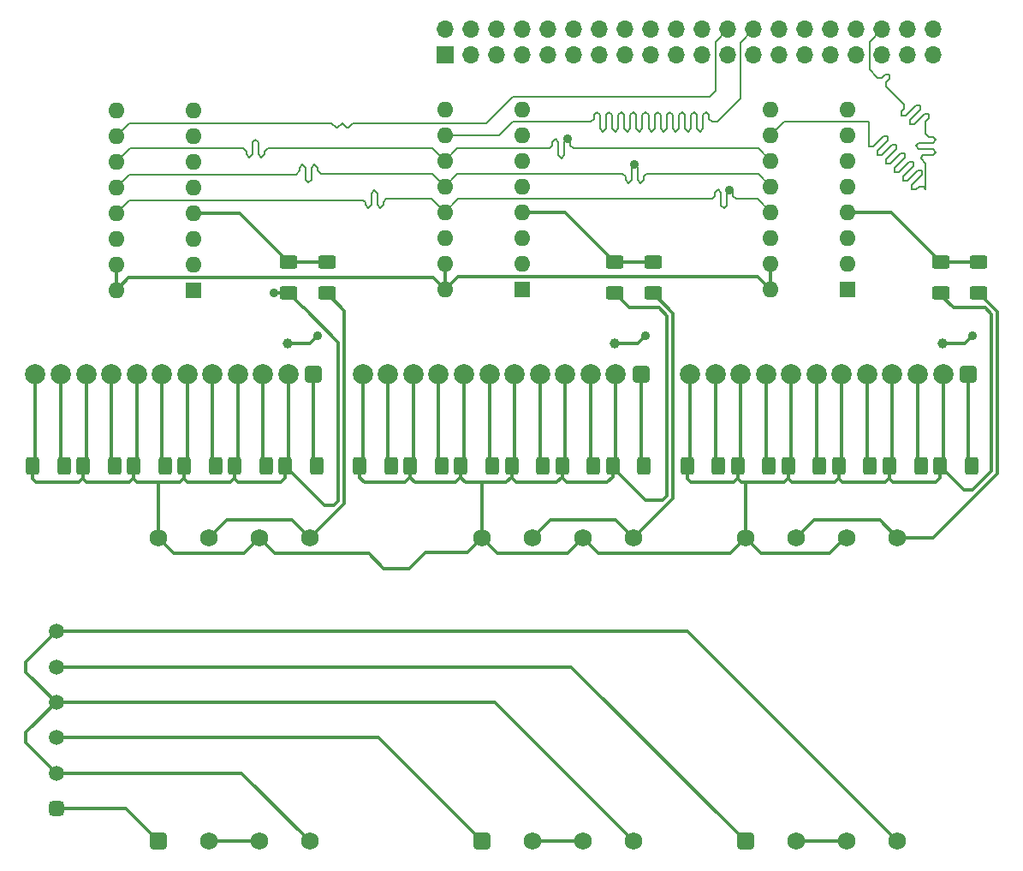
<source format=gtl>
G04 #@! TF.GenerationSoftware,KiCad,Pcbnew,(6.0.8)*
G04 #@! TF.CreationDate,2022-10-16T23:30:32+02:00*
G04 #@! TF.ProjectId,RPiWattMeterHatv3,52506957-6174-4744-9d65-746572486174,rev?*
G04 #@! TF.SameCoordinates,Original*
G04 #@! TF.FileFunction,Copper,L1,Top*
G04 #@! TF.FilePolarity,Positive*
%FSLAX45Y45*%
G04 Gerber Fmt 4.5, Leading zero omitted, Abs format (unit mm)*
G04 Created by KiCad (PCBNEW (6.0.8)) date 2022-10-16 23:30:32*
%MOMM*%
%LPD*%
G01*
G04 APERTURE LIST*
G04 Aperture macros list*
%AMRoundRect*
0 Rectangle with rounded corners*
0 $1 Rounding radius*
0 $2 $3 $4 $5 $6 $7 $8 $9 X,Y pos of 4 corners*
0 Add a 4 corners polygon primitive as box body*
4,1,4,$2,$3,$4,$5,$6,$7,$8,$9,$2,$3,0*
0 Add four circle primitives for the rounded corners*
1,1,$1+$1,$2,$3*
1,1,$1+$1,$4,$5*
1,1,$1+$1,$6,$7*
1,1,$1+$1,$8,$9*
0 Add four rect primitives between the rounded corners*
20,1,$1+$1,$2,$3,$4,$5,0*
20,1,$1+$1,$4,$5,$6,$7,0*
20,1,$1+$1,$6,$7,$8,$9,0*
20,1,$1+$1,$8,$9,$2,$3,0*%
G04 Aperture macros list end*
G04 #@! TA.AperFunction,ComponentPad*
%ADD10R,1.600000X1.600000*%
G04 #@! TD*
G04 #@! TA.AperFunction,ComponentPad*
%ADD11O,1.600000X1.600000*%
G04 #@! TD*
G04 #@! TA.AperFunction,ComponentPad*
%ADD12C,1.750000*%
G04 #@! TD*
G04 #@! TA.AperFunction,ComponentPad*
%ADD13RoundRect,0.437500X0.437500X-0.437500X0.437500X0.437500X-0.437500X0.437500X-0.437500X-0.437500X0*%
G04 #@! TD*
G04 #@! TA.AperFunction,SMDPad,CuDef*
%ADD14RoundRect,0.250000X0.625000X-0.400000X0.625000X0.400000X-0.625000X0.400000X-0.625000X-0.400000X0*%
G04 #@! TD*
G04 #@! TA.AperFunction,SMDPad,CuDef*
%ADD15RoundRect,0.250000X0.400000X0.625000X-0.400000X0.625000X-0.400000X-0.625000X0.400000X-0.625000X0*%
G04 #@! TD*
G04 #@! TA.AperFunction,ComponentPad*
%ADD16RoundRect,0.437500X0.437500X0.437500X-0.437500X0.437500X-0.437500X-0.437500X0.437500X-0.437500X0*%
G04 #@! TD*
G04 #@! TA.AperFunction,ComponentPad*
%ADD17C,2.000000*%
G04 #@! TD*
G04 #@! TA.AperFunction,ComponentPad*
%ADD18C,1.500000*%
G04 #@! TD*
G04 #@! TA.AperFunction,ComponentPad*
%ADD19RoundRect,0.375000X0.375000X-0.375000X0.375000X0.375000X-0.375000X0.375000X-0.375000X-0.375000X0*%
G04 #@! TD*
G04 #@! TA.AperFunction,ComponentPad*
%ADD20O,1.700000X1.700000*%
G04 #@! TD*
G04 #@! TA.AperFunction,ComponentPad*
%ADD21R,1.700000X1.700000*%
G04 #@! TD*
G04 #@! TA.AperFunction,ViaPad*
%ADD22C,1.000000*%
G04 #@! TD*
G04 #@! TA.AperFunction,ViaPad*
%ADD23C,0.900000*%
G04 #@! TD*
G04 #@! TA.AperFunction,Conductor*
%ADD24C,0.200000*%
G04 #@! TD*
G04 #@! TA.AperFunction,Conductor*
%ADD25C,0.300000*%
G04 #@! TD*
G04 APERTURE END LIST*
D10*
X11592000Y-7192000D03*
D11*
X11592000Y-6938000D03*
X11592000Y-6684000D03*
X11592000Y-6430000D03*
X11592000Y-6176000D03*
X11592000Y-5922000D03*
X11592000Y-5668000D03*
X11592000Y-5414000D03*
X10830000Y-5414000D03*
X10830000Y-5668000D03*
X10830000Y-5922000D03*
X10830000Y-6176000D03*
X10830000Y-6430000D03*
X10830000Y-6684000D03*
X10830000Y-6938000D03*
X10830000Y-7192000D03*
D12*
X11197000Y-9652000D03*
X11697000Y-9652000D03*
X12197000Y-9652000D03*
X12697000Y-9652000D03*
X12697000Y-12652000D03*
X12197000Y-12652000D03*
X11697000Y-12652000D03*
D13*
X11197000Y-12652000D03*
D14*
X12512000Y-6922000D03*
X12512000Y-7232000D03*
X12887000Y-6922000D03*
X12887000Y-7232000D03*
D15*
X9990000Y-8937000D03*
X10300000Y-8937000D03*
X10490000Y-8937000D03*
X10800000Y-8937000D03*
X10990000Y-8937000D03*
X11300000Y-8937000D03*
X11490000Y-8937000D03*
X11800000Y-8937000D03*
X11990000Y-8937000D03*
X12300000Y-8937000D03*
X12490000Y-8937000D03*
X12800000Y-8937000D03*
D16*
X12770000Y-8037000D03*
D17*
X12520000Y-8037000D03*
X12270000Y-8037000D03*
X12020000Y-8037000D03*
X11770000Y-8037000D03*
X11520000Y-8037000D03*
X11270000Y-8037000D03*
X11020000Y-8037000D03*
X10770000Y-8037000D03*
X10520000Y-8037000D03*
X10270000Y-8037000D03*
X10020000Y-8037000D03*
D10*
X8342000Y-7202000D03*
D11*
X8342000Y-6948000D03*
X8342000Y-6694000D03*
X8342000Y-6440000D03*
X8342000Y-6186000D03*
X8342000Y-5932000D03*
X8342000Y-5678000D03*
X8342000Y-5424000D03*
X7580000Y-5424000D03*
X7580000Y-5678000D03*
X7580000Y-5932000D03*
X7580000Y-6186000D03*
X7580000Y-6440000D03*
X7580000Y-6694000D03*
X7580000Y-6948000D03*
X7580000Y-7202000D03*
D15*
X9562000Y-8937000D03*
X9252000Y-8937000D03*
X8562000Y-8937000D03*
X8252000Y-8937000D03*
D12*
X7997000Y-9652000D03*
X8497000Y-9652000D03*
X8997000Y-9652000D03*
X9497000Y-9652000D03*
X9497000Y-12652000D03*
X8997000Y-12652000D03*
X8497000Y-12652000D03*
D13*
X7997000Y-12652000D03*
D15*
X7062000Y-8937000D03*
X6752000Y-8937000D03*
D14*
X9287000Y-7232000D03*
X9287000Y-6922000D03*
X9662000Y-7232000D03*
X9662000Y-6922000D03*
D17*
X6782000Y-8037088D03*
X7032000Y-8037088D03*
X7282000Y-8037088D03*
X7532000Y-8037088D03*
X7782000Y-8037088D03*
X8032000Y-8037088D03*
X8282000Y-8037088D03*
X8532000Y-8037088D03*
X8782000Y-8037088D03*
X9032000Y-8037088D03*
X9282000Y-8037088D03*
D16*
X9532000Y-8037088D03*
D15*
X9062000Y-8937000D03*
X8752000Y-8937000D03*
X7562000Y-8937000D03*
X7252000Y-8937000D03*
X8062000Y-8937000D03*
X7752000Y-8937000D03*
X16037000Y-8937000D03*
X15727000Y-8937000D03*
X15537000Y-8937000D03*
X15227000Y-8937000D03*
X13537000Y-8937000D03*
X13227000Y-8937000D03*
D14*
X16112000Y-6922000D03*
X16112000Y-7232000D03*
D18*
X6987000Y-10577000D03*
X6987000Y-10927000D03*
X6987000Y-11277000D03*
X6987000Y-11627000D03*
X6987000Y-11977000D03*
D19*
X6987000Y-12327000D03*
D15*
X15037000Y-8937000D03*
X14727000Y-8937000D03*
D13*
X13807000Y-12652000D03*
D12*
X14307000Y-12652000D03*
X14807000Y-12652000D03*
X15307000Y-12652000D03*
X15307000Y-9652000D03*
X14807000Y-9652000D03*
X14307000Y-9652000D03*
X13807000Y-9652000D03*
D11*
X14055000Y-7192000D03*
X14055000Y-6938000D03*
X14055000Y-6684000D03*
X14055000Y-6430000D03*
X14055000Y-6176000D03*
X14055000Y-5922000D03*
X14055000Y-5668000D03*
X14055000Y-5414000D03*
X14817000Y-5414000D03*
X14817000Y-5668000D03*
X14817000Y-5922000D03*
X14817000Y-6176000D03*
X14817000Y-6430000D03*
X14817000Y-6684000D03*
X14817000Y-6938000D03*
D10*
X14817000Y-7192000D03*
D14*
X15737000Y-7232000D03*
X15737000Y-6922000D03*
D15*
X14037000Y-8937000D03*
X13727000Y-8937000D03*
X14537000Y-8937000D03*
X14227000Y-8937000D03*
D17*
X13257000Y-8037000D03*
X13507000Y-8037000D03*
X13757000Y-8037000D03*
X14007000Y-8037000D03*
X14257000Y-8037000D03*
X14507000Y-8037000D03*
X14757000Y-8037000D03*
X15007000Y-8037000D03*
X15257000Y-8037000D03*
X15507000Y-8037000D03*
X15757000Y-8037000D03*
D16*
X16007000Y-8037000D03*
D20*
X15663000Y-4623000D03*
X15663000Y-4877000D03*
X15409000Y-4623000D03*
X15409000Y-4877000D03*
X15155000Y-4623000D03*
X15155000Y-4877000D03*
X14901000Y-4623000D03*
X14901000Y-4877000D03*
X14647000Y-4623000D03*
X14647000Y-4877000D03*
X14393000Y-4623000D03*
X14393000Y-4877000D03*
X14139000Y-4623000D03*
X14139000Y-4877000D03*
X13885000Y-4623000D03*
X13885000Y-4877000D03*
X13631000Y-4623000D03*
X13631000Y-4877000D03*
X13377000Y-4623000D03*
X13377000Y-4877000D03*
X13123000Y-4623000D03*
X13123000Y-4877000D03*
X12869000Y-4623000D03*
X12869000Y-4877000D03*
X12615000Y-4623000D03*
X12615000Y-4877000D03*
X12361000Y-4623000D03*
X12361000Y-4877000D03*
X12107000Y-4623000D03*
X12107000Y-4877000D03*
X11853000Y-4623000D03*
X11853000Y-4877000D03*
X11599000Y-4623000D03*
X11599000Y-4877000D03*
X11345000Y-4623000D03*
X11345000Y-4877000D03*
X11091000Y-4623000D03*
X11091000Y-4877000D03*
X10837000Y-4623000D03*
D21*
X10837000Y-4877000D03*
D22*
X15749500Y-7727000D03*
D23*
X16049500Y-7652000D03*
D22*
X9274500Y-7727000D03*
D23*
X9574500Y-7652000D03*
D22*
X12512000Y-7727000D03*
D23*
X12812000Y-7652000D03*
X12042000Y-5707637D03*
X13647871Y-6212871D03*
X12707000Y-5958189D03*
X9137000Y-7227000D03*
D24*
X15280700Y-6037121D02*
X15280700Y-5994695D01*
X15487000Y-5777000D02*
X15517000Y-5807000D01*
X15196853Y-5144426D02*
X15196853Y-5186853D01*
X15110995Y-5867416D02*
X15110995Y-5824989D01*
X15464547Y-5980553D02*
X15464547Y-5938126D01*
X15323126Y-6037121D02*
X15280700Y-6037121D01*
X15506973Y-6022979D02*
X15407979Y-6121974D01*
X15549400Y-6065405D02*
X15549400Y-6022979D01*
X15587000Y-5657000D02*
X15617000Y-5687000D01*
X15450405Y-6164400D02*
X15549400Y-6065405D01*
X15549400Y-6022979D02*
X15506973Y-6022979D01*
X15563542Y-6178542D02*
X15521116Y-6178542D01*
X15431436Y-5562858D02*
X15473863Y-5562858D01*
X15407979Y-6121974D02*
X15365552Y-6121974D01*
X15379695Y-5895700D02*
X15379695Y-5853274D01*
X15587000Y-6202000D02*
X15563542Y-6178542D01*
X15587000Y-5952000D02*
X15587000Y-6202000D01*
X15657000Y-5807000D02*
X15687000Y-5837000D01*
X15517000Y-5807000D02*
X15657000Y-5807000D01*
X15517000Y-5747000D02*
X15487000Y-5777000D01*
X15294842Y-5768421D02*
X15252416Y-5768421D01*
X15657000Y-5867000D02*
X15562000Y-5867000D01*
X15374867Y-5364867D02*
X15374867Y-5407293D01*
X15068568Y-5782563D02*
X15026142Y-5782563D01*
X15422121Y-5938126D02*
X15323126Y-6037121D01*
X15280700Y-5994695D02*
X15379695Y-5895700D01*
X15209990Y-5725995D02*
X15209990Y-5683568D01*
X15374867Y-5407293D02*
X15346583Y-5435578D01*
X15196853Y-5186853D02*
X15374867Y-5364867D01*
X15657000Y-5747000D02*
X15517000Y-5747000D01*
X15167563Y-5683568D02*
X15068568Y-5782563D01*
X15365552Y-6079547D02*
X15464547Y-5980553D01*
X15182512Y-5073915D02*
X15224938Y-5073915D01*
X15488004Y-5379010D02*
X15530431Y-5379010D01*
X15537000Y-5892000D02*
X15537000Y-5902000D01*
X15346583Y-5478004D02*
X15389009Y-5478004D01*
X15224938Y-5116341D02*
X15196853Y-5144426D01*
X15464547Y-5938126D02*
X15422121Y-5938126D01*
X15431436Y-5520431D02*
X15431436Y-5562858D01*
X15615284Y-5463863D02*
X15615284Y-5506289D01*
X15657000Y-5687000D02*
X15687000Y-5717000D01*
X15687000Y-5837000D02*
X15657000Y-5867000D01*
X15346583Y-5435578D02*
X15346583Y-5478004D01*
X15154426Y-5102000D02*
X15182512Y-5073915D01*
X15530431Y-5421436D02*
X15431436Y-5520431D01*
X15379695Y-5853274D02*
X15337268Y-5853273D01*
X15365552Y-6121974D02*
X15365552Y-6079547D01*
X15389009Y-5478004D02*
X15488004Y-5379010D01*
X15155000Y-4623000D02*
X15029362Y-4748638D01*
X15029362Y-4748638D02*
X15029362Y-5019362D01*
X15112000Y-5102000D02*
X15154426Y-5102000D01*
X15473863Y-5562858D02*
X15572858Y-5463863D01*
X15337268Y-5853273D02*
X15238274Y-5952268D01*
X15224938Y-5073915D02*
X15224938Y-5116341D01*
X15492831Y-6206826D02*
X15450405Y-6206826D01*
X15153421Y-5867416D02*
X15110995Y-5867416D01*
X15530431Y-5379010D02*
X15530431Y-5421436D01*
X15450405Y-6206826D02*
X15450405Y-6164400D01*
X15572858Y-5463863D02*
X15615284Y-5463863D01*
X15537000Y-5902000D02*
X15587000Y-5952000D01*
X15562000Y-5867000D02*
X15537000Y-5892000D01*
X15615284Y-5506289D02*
X15587000Y-5534574D01*
X15029362Y-5019362D02*
X15112000Y-5102000D01*
X15587000Y-5534574D02*
X15587000Y-5657000D01*
X15238274Y-5952268D02*
X15195847Y-5952268D01*
X15687000Y-5717000D02*
X15657000Y-5747000D01*
X15521116Y-6178542D02*
X15492831Y-6206826D01*
X14188432Y-5534568D02*
X14055000Y-5668000D01*
X15617000Y-5687000D02*
X15657000Y-5687000D01*
X15026142Y-5782563D02*
X15026142Y-5542147D01*
X15195847Y-5952268D02*
X15195847Y-5909842D01*
X15195847Y-5909842D02*
X15294842Y-5810847D01*
X15294842Y-5810847D02*
X15294842Y-5768421D01*
X15252416Y-5768421D02*
X15153421Y-5867416D01*
X15110995Y-5824989D02*
X15209990Y-5725995D01*
X15209990Y-5683568D02*
X15167563Y-5683568D01*
X15026142Y-5542147D02*
X15018562Y-5534568D01*
X15018562Y-5534568D02*
X14188432Y-5534568D01*
X12394717Y-5637464D02*
X12364717Y-5607464D01*
X12424717Y-5607464D02*
X12394717Y-5637464D01*
X12424717Y-5471970D02*
X12424717Y-5607464D01*
X12484717Y-5471970D02*
X12454717Y-5441970D01*
X12784717Y-5607464D02*
X12754717Y-5637464D01*
X12514717Y-5637464D02*
X12484717Y-5607464D01*
X12604717Y-5471970D02*
X12574717Y-5441970D01*
X12604717Y-5607464D02*
X12604717Y-5471970D01*
X12664717Y-5471970D02*
X12664717Y-5607464D01*
X13414717Y-5441970D02*
X13384717Y-5471970D01*
X12724717Y-5471970D02*
X12694717Y-5441970D01*
X13204717Y-5471970D02*
X13174717Y-5441970D01*
X12754717Y-5637464D02*
X12724717Y-5607464D01*
X12454717Y-5441970D02*
X12424717Y-5471970D01*
X12784717Y-5471970D02*
X12784717Y-5607464D01*
X12904717Y-5607464D02*
X12874717Y-5637464D01*
X13444717Y-5509717D02*
X13444717Y-5471970D01*
X12724717Y-5607464D02*
X12724717Y-5471970D01*
X12814717Y-5441970D02*
X12784717Y-5471970D01*
X12904717Y-5471970D02*
X12904717Y-5607464D01*
X11499283Y-5539717D02*
X11371000Y-5668000D01*
X12574717Y-5441970D02*
X12544717Y-5471970D01*
X12844717Y-5607464D02*
X12844717Y-5471970D01*
X12874717Y-5637464D02*
X12844717Y-5607464D01*
X12934717Y-5441970D02*
X12904717Y-5471970D01*
X12964717Y-5471970D02*
X12934717Y-5441970D01*
X12544717Y-5607464D02*
X12514717Y-5637464D01*
X12964717Y-5607464D02*
X12964717Y-5471970D01*
X13024717Y-5607464D02*
X12994717Y-5637464D01*
X13324717Y-5471970D02*
X13294717Y-5441970D01*
X13384717Y-5471970D02*
X13384717Y-5607464D01*
X12634717Y-5637464D02*
X12604717Y-5607464D01*
X13474717Y-5539717D02*
X13444717Y-5509717D01*
X13324717Y-5607464D02*
X13324717Y-5471970D01*
X13144717Y-5471970D02*
X13144717Y-5607464D01*
X12694717Y-5441970D02*
X12664717Y-5471970D01*
X13264717Y-5471970D02*
X13264717Y-5607464D01*
X12664717Y-5607464D02*
X12634717Y-5637464D01*
X13054717Y-5441970D02*
X13024717Y-5471970D01*
X13444717Y-5471970D02*
X13414717Y-5441970D01*
X12844717Y-5471970D02*
X12814717Y-5441970D01*
X13024717Y-5471970D02*
X13024717Y-5607464D01*
X13885000Y-4623000D02*
X13754735Y-4753265D01*
X13524283Y-5539717D02*
X13474717Y-5539717D01*
X12484717Y-5607464D02*
X12484717Y-5471970D01*
X13754735Y-5309265D02*
X13524283Y-5539717D01*
X13264717Y-5607464D02*
X13234717Y-5637464D01*
X13754735Y-4753265D02*
X13754735Y-5309265D01*
X13354717Y-5637464D02*
X13324717Y-5607464D01*
X12334717Y-5441970D02*
X12304717Y-5471970D01*
X13294717Y-5441970D02*
X13264717Y-5471970D01*
X13234717Y-5637464D02*
X13204717Y-5607464D01*
X12364717Y-5471970D02*
X12334717Y-5441970D01*
X13204717Y-5607464D02*
X13204717Y-5471970D01*
X12994717Y-5637464D02*
X12964717Y-5607464D01*
X13174717Y-5441970D02*
X13144717Y-5471970D01*
X12544717Y-5471970D02*
X12544717Y-5607464D01*
X13144717Y-5607464D02*
X13114717Y-5637464D01*
X13114717Y-5637464D02*
X13084717Y-5607464D01*
X13084717Y-5607464D02*
X13084717Y-5471970D01*
X12364717Y-5607464D02*
X12364717Y-5471970D01*
X13084717Y-5471970D02*
X13054717Y-5441970D01*
X13384717Y-5607464D02*
X13354717Y-5637464D01*
X12304717Y-5471970D02*
X12304717Y-5509717D01*
X12304717Y-5509717D02*
X12274717Y-5539717D01*
X12274717Y-5539717D02*
X11499283Y-5539717D01*
X11371000Y-5668000D02*
X10830000Y-5668000D01*
X9920683Y-5550326D02*
X11238674Y-5550326D01*
X13505004Y-5233996D02*
X13505004Y-4748996D01*
X9860683Y-5591586D02*
X9879423Y-5591586D01*
X7707674Y-5550326D02*
X9710326Y-5550326D01*
X13449725Y-5289275D02*
X13505004Y-5233996D01*
X11238674Y-5550326D02*
X11499725Y-5289275D01*
X9819423Y-5550326D02*
X9860683Y-5591586D01*
X9770326Y-5599423D02*
X9819423Y-5550326D01*
X13505004Y-4748996D02*
X13631000Y-4623000D01*
X9879423Y-5591586D02*
X9920683Y-5550326D01*
X9759423Y-5599423D02*
X9770326Y-5599423D01*
X11499725Y-5289275D02*
X13449725Y-5289275D01*
X9710326Y-5550326D02*
X9759423Y-5599423D01*
X7580000Y-5678000D02*
X7707674Y-5550326D01*
D25*
X15974500Y-7727000D02*
X15749500Y-7727000D01*
X16049500Y-7652000D02*
X15974500Y-7727000D01*
X9499500Y-7727000D02*
X9274500Y-7727000D01*
X9574500Y-7652000D02*
X9499500Y-7727000D01*
X12737000Y-7727000D02*
X12512000Y-7727000D01*
X12812000Y-7652000D02*
X12737000Y-7727000D01*
D24*
X10830000Y-5922000D02*
X10955721Y-5796279D01*
X10955721Y-5796279D02*
X11867721Y-5796279D01*
X11867721Y-5796279D02*
X11892000Y-5772000D01*
X12012000Y-5737637D02*
X12042000Y-5707637D01*
X11892000Y-5772000D02*
X11892000Y-5737637D01*
X11892000Y-5737637D02*
X11922000Y-5707637D01*
X11922000Y-5707637D02*
X11952000Y-5737637D01*
X12012000Y-5866363D02*
X12012000Y-5737637D01*
X11952000Y-5737637D02*
X11952000Y-5866363D01*
X11952000Y-5866363D02*
X11982000Y-5896363D01*
X11982000Y-5896363D02*
X12012000Y-5866363D01*
X9572000Y-5993046D02*
X9572000Y-6022000D01*
X9512000Y-5993046D02*
X9542000Y-5963046D01*
X9512000Y-6110954D02*
X9512000Y-5993046D01*
X9482000Y-6140954D02*
X9512000Y-6110954D01*
X7580000Y-6186000D02*
X7708434Y-6057566D01*
X9452000Y-6110954D02*
X9482000Y-6140954D01*
X10706000Y-6052000D02*
X10830000Y-6176000D01*
X9422000Y-5963046D02*
X9452000Y-5993046D01*
X9392000Y-5993046D02*
X9422000Y-5963046D01*
X9602000Y-6052000D02*
X10706000Y-6052000D01*
X9452000Y-5993046D02*
X9452000Y-6110954D01*
X9542000Y-5963046D02*
X9572000Y-5993046D01*
X9392000Y-6022000D02*
X9392000Y-5993046D01*
X9356434Y-6057566D02*
X9392000Y-6022000D01*
X7708434Y-6057566D02*
X9356434Y-6057566D01*
X9572000Y-6022000D02*
X9602000Y-6052000D01*
X10192000Y-6390401D02*
X10222000Y-6360401D01*
X10162000Y-6360401D02*
X10192000Y-6390401D01*
X10222000Y-6360401D02*
X10222000Y-6332000D01*
X10162000Y-6243599D02*
X10162000Y-6360401D01*
X10132000Y-6213599D02*
X10162000Y-6243599D01*
X10102000Y-6243599D02*
X10132000Y-6213599D01*
X10102000Y-6360401D02*
X10102000Y-6243599D01*
X10042000Y-6360401D02*
X10072000Y-6390401D01*
X10042000Y-6332000D02*
X10042000Y-6360401D01*
X10072000Y-6390401D02*
X10102000Y-6360401D01*
X10021081Y-6311081D02*
X10042000Y-6332000D01*
X7708919Y-6311081D02*
X10021081Y-6311081D01*
X7580000Y-6440000D02*
X7708919Y-6311081D01*
X10222000Y-6332000D02*
X10252000Y-6302000D01*
X10252000Y-6302000D02*
X10702000Y-6302000D01*
X10702000Y-6302000D02*
X10830000Y-6430000D01*
D25*
X10830000Y-7192000D02*
X10956954Y-7065046D01*
X10956954Y-7065046D02*
X13928046Y-7065046D01*
X13928046Y-7065046D02*
X14055000Y-7192000D01*
X16112000Y-7232000D02*
X16297000Y-7417000D01*
X16297000Y-7417000D02*
X16297000Y-9017000D01*
X16297000Y-9017000D02*
X15662000Y-9652000D01*
X15662000Y-9652000D02*
X15307000Y-9652000D01*
X15737000Y-7232000D02*
X15737000Y-7252000D01*
X15862000Y-7377000D02*
X16172147Y-7377000D01*
X16172147Y-7377000D02*
X16237000Y-7441853D01*
X16237000Y-8992147D02*
X16052147Y-9177000D01*
X15737000Y-7252000D02*
X15862000Y-7377000D01*
X16237000Y-7441853D02*
X16237000Y-8992147D01*
X16052147Y-9177000D02*
X15967000Y-9177000D01*
X15967000Y-9177000D02*
X15727000Y-8937000D01*
X12512000Y-7232000D02*
X12657000Y-7377000D01*
X12657000Y-7377000D02*
X12947147Y-7377000D01*
X13027000Y-9237147D02*
X12987147Y-9277000D01*
X12947147Y-7377000D02*
X13027000Y-7456853D01*
X13027000Y-7456853D02*
X13027000Y-9237147D01*
X12987147Y-9277000D02*
X12812000Y-9277000D01*
X12812000Y-9277000D02*
X12490000Y-8955000D01*
X12490000Y-8955000D02*
X12490000Y-8937000D01*
X9662000Y-7232000D02*
X9837000Y-7407000D01*
X9837000Y-7407000D02*
X9837000Y-9312000D01*
X9837000Y-9312000D02*
X9497000Y-9652000D01*
X9287000Y-7232000D02*
X9432000Y-7377000D01*
X9777000Y-9287147D02*
X9737147Y-9327000D01*
X9432000Y-7377000D02*
X9437000Y-7377000D01*
X9437000Y-7377000D02*
X9777000Y-7717000D01*
X9777000Y-7717000D02*
X9777000Y-9287147D01*
X9737147Y-9327000D02*
X9642000Y-9327000D01*
X9642000Y-9327000D02*
X9252000Y-8937000D01*
D24*
X13647871Y-6212871D02*
X13622000Y-6238742D01*
D25*
X9282000Y-7227000D02*
X9287000Y-7232000D01*
X9137000Y-7227000D02*
X9282000Y-7227000D01*
X12887000Y-7232000D02*
X13087000Y-7432000D01*
X13087000Y-7432000D02*
X13087000Y-9262000D01*
X13087000Y-9262000D02*
X12697000Y-9652000D01*
X7580000Y-7202000D02*
X7705000Y-7077000D01*
X7705000Y-7077000D02*
X10715000Y-7077000D01*
X10715000Y-7077000D02*
X10830000Y-7192000D01*
D24*
X13502000Y-6238742D02*
X13502000Y-6272000D01*
X13562000Y-6365258D02*
X13562000Y-6238742D01*
X13592000Y-6395258D02*
X13562000Y-6365258D01*
X13622000Y-6238742D02*
X13622000Y-6365258D01*
X13532000Y-6208742D02*
X13502000Y-6238742D01*
X13622000Y-6365258D02*
X13592000Y-6395258D01*
X13652000Y-6208742D02*
X13647871Y-6212871D01*
X13682000Y-6238742D02*
X13652000Y-6208742D01*
X13712000Y-6302000D02*
X13682000Y-6272000D01*
X13927000Y-6302000D02*
X13712000Y-6302000D01*
X13562000Y-6238742D02*
X13532000Y-6208742D01*
X13682000Y-6272000D02*
X13682000Y-6238742D01*
X14055000Y-6430000D02*
X13927000Y-6302000D01*
X13502000Y-6272000D02*
X13472000Y-6302000D01*
X13472000Y-6302000D02*
X10958000Y-6302000D01*
X10958000Y-6302000D02*
X10830000Y-6430000D01*
X12737000Y-6115811D02*
X12767000Y-6145811D01*
X12707000Y-5958189D02*
X12737000Y-5988189D01*
X12677000Y-5988189D02*
X12707000Y-5958189D01*
X12767000Y-6145811D02*
X12797000Y-6115811D01*
X10830000Y-6176000D02*
X10954000Y-6052000D01*
X12797000Y-6115811D02*
X12797000Y-6082000D01*
X12737000Y-5988189D02*
X12737000Y-6115811D01*
X12617000Y-6115811D02*
X12647000Y-6145811D01*
X12677000Y-6115811D02*
X12677000Y-5988189D01*
X12797000Y-6082000D02*
X12827000Y-6052000D01*
X12647000Y-6145811D02*
X12677000Y-6115811D01*
X12617000Y-6082000D02*
X12617000Y-6115811D01*
X12587000Y-6052000D02*
X12617000Y-6082000D01*
X10954000Y-6052000D02*
X12587000Y-6052000D01*
X12827000Y-6052000D02*
X13931000Y-6052000D01*
X13931000Y-6052000D02*
X14055000Y-6176000D01*
X12102000Y-5802000D02*
X13935000Y-5802000D01*
X12042000Y-5707637D02*
X12072000Y-5737637D01*
X12072000Y-5737637D02*
X12072000Y-5772000D01*
X12072000Y-5772000D02*
X12102000Y-5802000D01*
X13935000Y-5802000D02*
X14055000Y-5922000D01*
X9047000Y-5860954D02*
X9047000Y-5832000D01*
X8987000Y-5743046D02*
X8987000Y-5860954D01*
X8927000Y-5743046D02*
X8957000Y-5713046D01*
X8927000Y-5860954D02*
X8927000Y-5743046D01*
X8957000Y-5713046D02*
X8987000Y-5743046D01*
X8987000Y-5860954D02*
X9017000Y-5890954D01*
X8897000Y-5890954D02*
X8927000Y-5860954D01*
X8867000Y-5860954D02*
X8897000Y-5890954D01*
X8867000Y-5832000D02*
X8867000Y-5860954D01*
X8837000Y-5802000D02*
X8867000Y-5832000D01*
X7716000Y-5802000D02*
X8837000Y-5802000D01*
X9017000Y-5890954D02*
X9047000Y-5860954D01*
X7582000Y-5936000D02*
X7716000Y-5802000D01*
X9047000Y-5832000D02*
X9077000Y-5802000D01*
X9077000Y-5802000D02*
X10708000Y-5802000D01*
X10708000Y-5802000D02*
X10832000Y-5926000D01*
D25*
X12512000Y-6922000D02*
X12020000Y-6430000D01*
X12020000Y-6430000D02*
X11592000Y-6430000D01*
X12887000Y-6922000D02*
X12512000Y-6922000D01*
X10830000Y-6938000D02*
X10830000Y-7192000D01*
X12770000Y-8037000D02*
X12770000Y-8907000D01*
X12770000Y-8907000D02*
X12800000Y-8937000D01*
X12270000Y-8037000D02*
X12270000Y-8907000D01*
X12270000Y-8907000D02*
X12300000Y-8937000D01*
X11770000Y-8037000D02*
X11770000Y-8907000D01*
X11770000Y-8907000D02*
X11800000Y-8937000D01*
X11270000Y-8037000D02*
X11270000Y-8907000D01*
X11270000Y-8907000D02*
X11300000Y-8937000D01*
X10770000Y-8037000D02*
X10770000Y-8907000D01*
X10770000Y-8907000D02*
X10800000Y-8937000D01*
X10270000Y-8037000D02*
X10270000Y-8907000D01*
X10270000Y-8907000D02*
X10300000Y-8937000D01*
X7580000Y-6948000D02*
X7580000Y-7202000D01*
X9287000Y-6922000D02*
X8805000Y-6440000D01*
X8805000Y-6440000D02*
X8342000Y-6440000D01*
X9662000Y-6922000D02*
X9287000Y-6922000D01*
X15737000Y-6922000D02*
X15245000Y-6430000D01*
X15245000Y-6430000D02*
X14817000Y-6430000D01*
X16112000Y-6922000D02*
X15737000Y-6922000D01*
X14055000Y-6938000D02*
X14055000Y-7192000D01*
X11037000Y-9102000D02*
X11212000Y-9102000D01*
X11212000Y-9102000D02*
X11437000Y-9102000D01*
X11197000Y-9652000D02*
X11197000Y-9117000D01*
X11197000Y-9117000D02*
X11212000Y-9102000D01*
X13762000Y-9102000D02*
X13812000Y-9102000D01*
X13812000Y-9102000D02*
X14187000Y-9102000D01*
X13807000Y-9652000D02*
X13807000Y-9107000D01*
X13807000Y-9107000D02*
X13812000Y-9102000D01*
X15227000Y-8937000D02*
X15227000Y-9067000D01*
X15262000Y-9102000D02*
X15687000Y-9102000D01*
X15227000Y-9067000D02*
X15262000Y-9102000D01*
X15687000Y-9102000D02*
X15727000Y-9062000D01*
X15727000Y-9062000D02*
X15727000Y-8937000D01*
X14727000Y-8937000D02*
X14727000Y-9067000D01*
X15227000Y-9062000D02*
X15227000Y-8937000D01*
X14727000Y-9067000D02*
X14762000Y-9102000D01*
X14762000Y-9102000D02*
X15187000Y-9102000D01*
X15187000Y-9102000D02*
X15227000Y-9062000D01*
X13727000Y-8937000D02*
X13727000Y-9067000D01*
X13727000Y-9067000D02*
X13762000Y-9102000D01*
X14187000Y-9102000D02*
X14227000Y-9062000D01*
X14227000Y-9062000D02*
X14227000Y-8937000D01*
X13227000Y-8937000D02*
X13227000Y-9067000D01*
X13227000Y-9067000D02*
X13262000Y-9102000D01*
X13262000Y-9102000D02*
X13687000Y-9102000D01*
X13687000Y-9102000D02*
X13727000Y-9062000D01*
X13727000Y-9062000D02*
X13727000Y-8937000D01*
X14227000Y-8937000D02*
X14227000Y-9067000D01*
X14227000Y-9067000D02*
X14262000Y-9102000D01*
X14262000Y-9102000D02*
X14687000Y-9102000D01*
X14687000Y-9102000D02*
X14727000Y-9062000D01*
X14727000Y-9062000D02*
X14727000Y-8937000D01*
X11990000Y-8937000D02*
X11990000Y-9055000D01*
X11990000Y-9055000D02*
X12037000Y-9102000D01*
X12437000Y-9102000D02*
X12490000Y-9049000D01*
X12037000Y-9102000D02*
X12437000Y-9102000D01*
X12490000Y-9049000D02*
X12490000Y-8937000D01*
X11490000Y-8937000D02*
X11490000Y-9055000D01*
X11490000Y-9055000D02*
X11537000Y-9102000D01*
X11537000Y-9102000D02*
X11937000Y-9102000D01*
X11937000Y-9102000D02*
X11990000Y-9049000D01*
X11990000Y-9049000D02*
X11990000Y-8937000D01*
X10990000Y-8937000D02*
X10990000Y-9055000D01*
X10990000Y-9055000D02*
X11037000Y-9102000D01*
X11437000Y-9102000D02*
X11490000Y-9049000D01*
X11490000Y-9049000D02*
X11490000Y-8937000D01*
X10490000Y-8937000D02*
X10490000Y-9055000D01*
X10490000Y-9055000D02*
X10537000Y-9102000D01*
X10537000Y-9102000D02*
X10937000Y-9102000D01*
X10937000Y-9102000D02*
X10990000Y-9049000D01*
X10990000Y-9049000D02*
X10990000Y-8937000D01*
X9990000Y-8937000D02*
X9990000Y-9055000D01*
X10490000Y-9049000D02*
X10490000Y-8937000D01*
X9990000Y-9055000D02*
X10037000Y-9102000D01*
X10037000Y-9102000D02*
X10437000Y-9102000D01*
X10437000Y-9102000D02*
X10490000Y-9049000D01*
X7787000Y-9102000D02*
X7987000Y-9102000D01*
X7997000Y-9652000D02*
X7997000Y-9112000D01*
X7987000Y-9102000D02*
X8212000Y-9102000D01*
X7997000Y-9112000D02*
X7987000Y-9102000D01*
X8752000Y-8937000D02*
X8752000Y-9067000D01*
X8752000Y-9067000D02*
X8787000Y-9102000D01*
X8787000Y-9102000D02*
X9212000Y-9102000D01*
X9212000Y-9102000D02*
X9252000Y-9062000D01*
X9252000Y-9062000D02*
X9252000Y-8937000D01*
X8252000Y-8937000D02*
X8252000Y-9067000D01*
X8252000Y-9067000D02*
X8287000Y-9102000D01*
X8287000Y-9102000D02*
X8712000Y-9102000D01*
X8712000Y-9102000D02*
X8752000Y-9062000D01*
X8752000Y-9062000D02*
X8752000Y-8937000D01*
X7752000Y-8937000D02*
X7752000Y-9067000D01*
X7752000Y-9067000D02*
X7787000Y-9102000D01*
X8252000Y-9062000D02*
X8252000Y-8937000D01*
X8212000Y-9102000D02*
X8252000Y-9062000D01*
X7252000Y-8937000D02*
X7252000Y-9067000D01*
X7252000Y-9067000D02*
X7287000Y-9102000D01*
X7287000Y-9102000D02*
X7712000Y-9102000D01*
X7712000Y-9102000D02*
X7752000Y-9062000D01*
X7752000Y-9062000D02*
X7752000Y-8937000D01*
X6752000Y-8937000D02*
X6752000Y-9067000D01*
X6752000Y-9067000D02*
X6787000Y-9102000D01*
X6787000Y-9102000D02*
X7212000Y-9102000D01*
X7252000Y-9062000D02*
X7252000Y-8937000D01*
X7212000Y-9102000D02*
X7252000Y-9062000D01*
X14307000Y-9652000D02*
X14482000Y-9477000D01*
X14482000Y-9477000D02*
X15132000Y-9477000D01*
X15132000Y-9477000D02*
X15307000Y-9652000D01*
X11697000Y-9652000D02*
X11872000Y-9477000D01*
X11872000Y-9477000D02*
X12522000Y-9477000D01*
X12522000Y-9477000D02*
X12697000Y-9652000D01*
X9497000Y-9652000D02*
X9322000Y-9477000D01*
X9322000Y-9477000D02*
X8672000Y-9477000D01*
X8672000Y-9477000D02*
X8497000Y-9652000D01*
X8997000Y-9652000D02*
X9152000Y-9807000D01*
X9152000Y-9807000D02*
X10077000Y-9807000D01*
X10077000Y-9807000D02*
X10227000Y-9957000D01*
X10227000Y-9957000D02*
X10477000Y-9957000D01*
X10477000Y-9957000D02*
X10637000Y-9797000D01*
X10637000Y-9797000D02*
X11052000Y-9797000D01*
X11052000Y-9797000D02*
X11197000Y-9652000D01*
X6987000Y-11277000D02*
X6687000Y-11577000D01*
X6687000Y-11577000D02*
X6687000Y-11677000D01*
X6687000Y-11677000D02*
X6987000Y-11977000D01*
X6987000Y-10577000D02*
X6687000Y-10877000D01*
X6687000Y-10877000D02*
X6687000Y-10977000D01*
X6687000Y-10977000D02*
X6987000Y-11277000D01*
X6987000Y-10577000D02*
X13232000Y-10577000D01*
X13232000Y-10577000D02*
X15307000Y-12652000D01*
X6987000Y-10927000D02*
X12082000Y-10927000D01*
X12082000Y-10927000D02*
X13807000Y-12652000D01*
X6987000Y-11277000D02*
X11322000Y-11277000D01*
X11322000Y-11277000D02*
X12697000Y-12652000D01*
X6987000Y-11627000D02*
X10172000Y-11627000D01*
X10172000Y-11627000D02*
X11197000Y-12652000D01*
X6987000Y-11977000D02*
X8822000Y-11977000D01*
X8822000Y-11977000D02*
X9497000Y-12652000D01*
X6987000Y-12327000D02*
X7672000Y-12327000D01*
X7672000Y-12327000D02*
X7997000Y-12652000D01*
X12197000Y-9652000D02*
X12347000Y-9802000D01*
X12347000Y-9802000D02*
X13657000Y-9802000D01*
X13657000Y-9802000D02*
X13807000Y-9652000D01*
X11197000Y-9652000D02*
X11347000Y-9802000D01*
X11347000Y-9802000D02*
X12047000Y-9802000D01*
X12047000Y-9802000D02*
X12197000Y-9652000D01*
X14307000Y-12652000D02*
X14807000Y-12652000D01*
X11697000Y-12652000D02*
X12197000Y-12652000D01*
X13807000Y-9652000D02*
X13957000Y-9802000D01*
X13957000Y-9802000D02*
X14637000Y-9802000D01*
X14637000Y-9802000D02*
X14807000Y-9632000D01*
X13257000Y-8037000D02*
X13257000Y-8907000D01*
X13257000Y-8907000D02*
X13227000Y-8937000D01*
X13507000Y-8037000D02*
X13507000Y-8907000D01*
X13507000Y-8907000D02*
X13537000Y-8937000D01*
X13757000Y-8037000D02*
X13757000Y-8907000D01*
X13757000Y-8907000D02*
X13727000Y-8937000D01*
X14007000Y-8037000D02*
X14007000Y-8907000D01*
X14007000Y-8907000D02*
X14037000Y-8937000D01*
X14257000Y-8037000D02*
X14257000Y-8907000D01*
X14257000Y-8907000D02*
X14227000Y-8937000D01*
X14507000Y-8037000D02*
X14507000Y-8907000D01*
X14507000Y-8907000D02*
X14537000Y-8937000D01*
X14757000Y-8037000D02*
X14757000Y-8907000D01*
X14757000Y-8907000D02*
X14727000Y-8937000D01*
X15007000Y-8037000D02*
X15007000Y-8907000D01*
X15007000Y-8907000D02*
X15037000Y-8937000D01*
X15257000Y-8037000D02*
X15257000Y-8907000D01*
X15257000Y-8907000D02*
X15227000Y-8937000D01*
X15507000Y-8037000D02*
X15507000Y-8907000D01*
X15507000Y-8907000D02*
X15537000Y-8937000D01*
X15757000Y-8037000D02*
X15757000Y-8907000D01*
X15757000Y-8907000D02*
X15727000Y-8937000D01*
X16007000Y-8037000D02*
X16007000Y-8907000D01*
X16007000Y-8907000D02*
X16037000Y-8937000D01*
X12020000Y-8037000D02*
X12020000Y-8906912D01*
X12020000Y-8906912D02*
X11990000Y-8936912D01*
X11020000Y-8037000D02*
X11020000Y-8906912D01*
X12520000Y-8906912D02*
X12490000Y-8936912D01*
X10020000Y-8037000D02*
X10020000Y-8906912D01*
X11520000Y-8906912D02*
X11490000Y-8936912D01*
X11520000Y-8037000D02*
X11520000Y-8906912D01*
X10020000Y-8906912D02*
X9990000Y-8936912D01*
X10520000Y-8906912D02*
X10490000Y-8936912D01*
X12520000Y-8037000D02*
X12520000Y-8906912D01*
X11020000Y-8906912D02*
X10990000Y-8936912D01*
X10520000Y-8037000D02*
X10520000Y-8906912D01*
X8997000Y-12652000D02*
X8497000Y-12652000D01*
X7997000Y-9652000D02*
X8147000Y-9802000D01*
X8147000Y-9802000D02*
X8847000Y-9802000D01*
X8847000Y-9802000D02*
X8997000Y-9652000D01*
X6782000Y-8037088D02*
X6782000Y-8907000D01*
X6782000Y-8907000D02*
X6752000Y-8937000D01*
X7282000Y-8037088D02*
X7282000Y-8907000D01*
X7282000Y-8907000D02*
X7252000Y-8937000D01*
X7782000Y-8037088D02*
X7782000Y-8907000D01*
X7782000Y-8907000D02*
X7752000Y-8937000D01*
X8282000Y-8037088D02*
X8282000Y-8907000D01*
X8282000Y-8907000D02*
X8252000Y-8937000D01*
X8782000Y-8037088D02*
X8782000Y-8907000D01*
X8782000Y-8907000D02*
X8752000Y-8937000D01*
X9282000Y-8037088D02*
X9282000Y-8907000D01*
X9282000Y-8907000D02*
X9252000Y-8937000D01*
X7032000Y-8037088D02*
X7032000Y-8907000D01*
X7032000Y-8907000D02*
X7062000Y-8937000D01*
X7532000Y-8037088D02*
X7532000Y-8907000D01*
X7532000Y-8907000D02*
X7562000Y-8937000D01*
X8032000Y-8037088D02*
X8032000Y-8907000D01*
X8032000Y-8907000D02*
X8062000Y-8937000D01*
X8532000Y-8037088D02*
X8532000Y-8907000D01*
X8532000Y-8907000D02*
X8562000Y-8937000D01*
X9032000Y-8037088D02*
X9032000Y-8907000D01*
X9032000Y-8907000D02*
X9062000Y-8937000D01*
X9532000Y-8037088D02*
X9532000Y-8907000D01*
X9532000Y-8907000D02*
X9562000Y-8937000D01*
M02*

</source>
